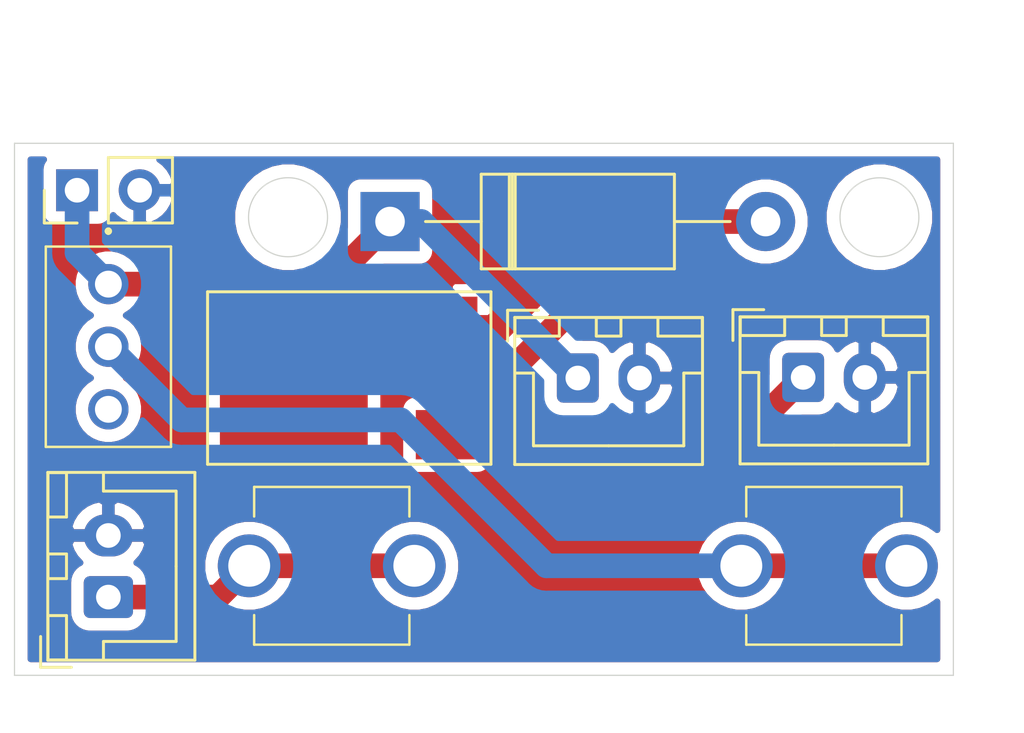
<source format=kicad_pcb>
(kicad_pcb (version 20171130) (host pcbnew "(5.1.8)-1")

  (general
    (thickness 1.6)
    (drawings 6)
    (tracks 20)
    (zones 0)
    (modules 9)
    (nets 6)
  )

  (page A4)
  (layers
    (0 F.Cu signal)
    (31 B.Cu signal)
    (32 B.Adhes user)
    (33 F.Adhes user)
    (34 B.Paste user)
    (35 F.Paste user)
    (36 B.SilkS user)
    (37 F.SilkS user)
    (38 B.Mask user)
    (39 F.Mask user)
    (40 Dwgs.User user)
    (41 Cmts.User user)
    (42 Eco1.User user)
    (43 Eco2.User user)
    (44 Edge.Cuts user)
    (45 Margin user)
    (46 B.CrtYd user)
    (47 F.CrtYd user)
    (48 B.Fab user)
    (49 F.Fab user)
  )

  (setup
    (last_trace_width 1)
    (user_trace_width 0.5)
    (user_trace_width 1)
    (trace_clearance 0.2)
    (zone_clearance 0.508)
    (zone_45_only no)
    (trace_min 0.2)
    (via_size 0.8)
    (via_drill 0.4)
    (via_min_size 0.4)
    (via_min_drill 0.3)
    (uvia_size 0.3)
    (uvia_drill 0.1)
    (uvias_allowed no)
    (uvia_min_size 0.2)
    (uvia_min_drill 0.1)
    (edge_width 0.05)
    (segment_width 0.2)
    (pcb_text_width 0.3)
    (pcb_text_size 1.5 1.5)
    (mod_edge_width 0.12)
    (mod_text_size 1 1)
    (mod_text_width 0.15)
    (pad_size 1.524 1.524)
    (pad_drill 0.762)
    (pad_to_mask_clearance 0)
    (aux_axis_origin 0 0)
    (visible_elements FFFFFF7F)
    (pcbplotparams
      (layerselection 0x010fc_ffffffff)
      (usegerberextensions false)
      (usegerberattributes true)
      (usegerberadvancedattributes true)
      (creategerberjobfile true)
      (excludeedgelayer true)
      (linewidth 0.100000)
      (plotframeref false)
      (viasonmask false)
      (mode 1)
      (useauxorigin false)
      (hpglpennumber 1)
      (hpglpenspeed 20)
      (hpglpendiameter 15.000000)
      (psnegative false)
      (psa4output false)
      (plotreference true)
      (plotvalue true)
      (plotinvisibletext false)
      (padsonsilk false)
      (subtractmaskfromsilk false)
      (outputformat 1)
      (mirror false)
      (drillshape 1)
      (scaleselection 1)
      (outputdirectory ""))
  )

  (net 0 "")
  (net 1 "Net-(D1-Pad1)")
  (net 2 "Net-(D1-Pad2)")
  (net 3 "Net-(J1-Pad1)")
  (net 4 "Net-(J1-Pad2)")
  (net 5 "Net-(S1-Pad2)")

  (net_class Default "This is the default net class."
    (clearance 0.2)
    (trace_width 0.25)
    (via_dia 0.8)
    (via_drill 0.4)
    (uvia_dia 0.3)
    (uvia_drill 0.1)
    (add_net "Net-(D1-Pad1)")
    (add_net "Net-(D1-Pad2)")
    (add_net "Net-(J1-Pad1)")
    (add_net "Net-(J1-Pad2)")
    (add_net "Net-(S1-Pad2)")
  )

  (module Connector_JST:JST_XH_B2B-XH-A_1x02_P2.50mm_Vertical (layer F.Cu) (tedit 5C28146C) (tstamp 608526BC)
    (at 92.71 81.915 90)
    (descr "JST XH series connector, B2B-XH-A (http://www.jst-mfg.com/product/pdf/eng/eXH.pdf), generated with kicad-footprint-generator")
    (tags "connector JST XH vertical")
    (path /6083B870)
    (fp_text reference J1 (at 1.25 -3.55 90) (layer Cmts.User)
      (effects (font (size 1 1) (thickness 0.15)))
    )
    (fp_text value Conn_01x02_Male (at 1.25 4.6 90) (layer F.Fab)
      (effects (font (size 1 1) (thickness 0.15)))
    )
    (fp_line (start -2.85 -2.75) (end -2.85 -1.5) (layer F.SilkS) (width 0.12))
    (fp_line (start -1.6 -2.75) (end -2.85 -2.75) (layer F.SilkS) (width 0.12))
    (fp_line (start 4.3 2.75) (end 1.25 2.75) (layer F.SilkS) (width 0.12))
    (fp_line (start 4.3 -0.2) (end 4.3 2.75) (layer F.SilkS) (width 0.12))
    (fp_line (start 5.05 -0.2) (end 4.3 -0.2) (layer F.SilkS) (width 0.12))
    (fp_line (start -1.8 2.75) (end 1.25 2.75) (layer F.SilkS) (width 0.12))
    (fp_line (start -1.8 -0.2) (end -1.8 2.75) (layer F.SilkS) (width 0.12))
    (fp_line (start -2.55 -0.2) (end -1.8 -0.2) (layer F.SilkS) (width 0.12))
    (fp_line (start 5.05 -2.45) (end 3.25 -2.45) (layer F.SilkS) (width 0.12))
    (fp_line (start 5.05 -1.7) (end 5.05 -2.45) (layer F.SilkS) (width 0.12))
    (fp_line (start 3.25 -1.7) (end 5.05 -1.7) (layer F.SilkS) (width 0.12))
    (fp_line (start 3.25 -2.45) (end 3.25 -1.7) (layer F.SilkS) (width 0.12))
    (fp_line (start -0.75 -2.45) (end -2.55 -2.45) (layer F.SilkS) (width 0.12))
    (fp_line (start -0.75 -1.7) (end -0.75 -2.45) (layer F.SilkS) (width 0.12))
    (fp_line (start -2.55 -1.7) (end -0.75 -1.7) (layer F.SilkS) (width 0.12))
    (fp_line (start -2.55 -2.45) (end -2.55 -1.7) (layer F.SilkS) (width 0.12))
    (fp_line (start 1.75 -2.45) (end 0.75 -2.45) (layer F.SilkS) (width 0.12))
    (fp_line (start 1.75 -1.7) (end 1.75 -2.45) (layer F.SilkS) (width 0.12))
    (fp_line (start 0.75 -1.7) (end 1.75 -1.7) (layer F.SilkS) (width 0.12))
    (fp_line (start 0.75 -2.45) (end 0.75 -1.7) (layer F.SilkS) (width 0.12))
    (fp_line (start 0 -1.35) (end 0.625 -2.35) (layer F.Fab) (width 0.1))
    (fp_line (start -0.625 -2.35) (end 0 -1.35) (layer F.Fab) (width 0.1))
    (fp_line (start 5.45 -2.85) (end -2.95 -2.85) (layer F.CrtYd) (width 0.05))
    (fp_line (start 5.45 3.9) (end 5.45 -2.85) (layer F.CrtYd) (width 0.05))
    (fp_line (start -2.95 3.9) (end 5.45 3.9) (layer F.CrtYd) (width 0.05))
    (fp_line (start -2.95 -2.85) (end -2.95 3.9) (layer F.CrtYd) (width 0.05))
    (fp_line (start 5.06 -2.46) (end -2.56 -2.46) (layer F.SilkS) (width 0.12))
    (fp_line (start 5.06 3.51) (end 5.06 -2.46) (layer F.SilkS) (width 0.12))
    (fp_line (start -2.56 3.51) (end 5.06 3.51) (layer F.SilkS) (width 0.12))
    (fp_line (start -2.56 -2.46) (end -2.56 3.51) (layer F.SilkS) (width 0.12))
    (fp_line (start 4.95 -2.35) (end -2.45 -2.35) (layer F.Fab) (width 0.1))
    (fp_line (start 4.95 3.4) (end 4.95 -2.35) (layer F.Fab) (width 0.1))
    (fp_line (start -2.45 3.4) (end 4.95 3.4) (layer F.Fab) (width 0.1))
    (fp_line (start -2.45 -2.35) (end -2.45 3.4) (layer F.Fab) (width 0.1))
    (fp_text user %R (at 1.25 2.7 90) (layer F.Fab)
      (effects (font (size 1 1) (thickness 0.15)))
    )
    (pad 1 thru_hole roundrect (at 0 0 90) (size 1.7 2) (drill 1) (layers *.Cu *.Mask) (roundrect_rratio 0.147059)
      (net 3 "Net-(J1-Pad1)"))
    (pad 2 thru_hole oval (at 2.5 0 90) (size 1.7 2) (drill 1) (layers *.Cu *.Mask)
      (net 4 "Net-(J1-Pad2)"))
    (model ${KISYS3DMOD}/Connector_JST.3dshapes/JST_XH_B2B-XH-A_1x02_P2.50mm_Vertical.wrl
      (at (xyz 0 0 0))
      (scale (xyz 1 1 1))
      (rotate (xyz 0 0 0))
    )
  )

  (module Connector_JST:JST_XH_B2B-XH-A_1x02_P2.50mm_Vertical (layer F.Cu) (tedit 5C28146C) (tstamp 608526E5)
    (at 120.904 73)
    (descr "JST XH series connector, B2B-XH-A (http://www.jst-mfg.com/product/pdf/eng/eXH.pdf), generated with kicad-footprint-generator")
    (tags "connector JST XH vertical")
    (path /608680F9)
    (fp_text reference J2 (at 1.25 2.75) (layer Cmts.User)
      (effects (font (size 1 1) (thickness 0.15)))
    )
    (fp_text value Conn_01x02_Female (at 1.25 4.6) (layer F.Fab)
      (effects (font (size 1 1) (thickness 0.15)))
    )
    (fp_text user %R (at 1.27 2.7) (layer F.Fab)
      (effects (font (size 1 1) (thickness 0.15)))
    )
    (fp_line (start -2.45 -2.35) (end -2.45 3.4) (layer F.Fab) (width 0.1))
    (fp_line (start -2.45 3.4) (end 4.95 3.4) (layer F.Fab) (width 0.1))
    (fp_line (start 4.95 3.4) (end 4.95 -2.35) (layer F.Fab) (width 0.1))
    (fp_line (start 4.95 -2.35) (end -2.45 -2.35) (layer F.Fab) (width 0.1))
    (fp_line (start -2.56 -2.46) (end -2.56 3.51) (layer F.SilkS) (width 0.12))
    (fp_line (start -2.56 3.51) (end 5.06 3.51) (layer F.SilkS) (width 0.12))
    (fp_line (start 5.06 3.51) (end 5.06 -2.46) (layer F.SilkS) (width 0.12))
    (fp_line (start 5.06 -2.46) (end -2.56 -2.46) (layer F.SilkS) (width 0.12))
    (fp_line (start -2.95 -2.85) (end -2.95 3.9) (layer F.CrtYd) (width 0.05))
    (fp_line (start -2.95 3.9) (end 5.45 3.9) (layer F.CrtYd) (width 0.05))
    (fp_line (start 5.45 3.9) (end 5.45 -2.85) (layer F.CrtYd) (width 0.05))
    (fp_line (start 5.45 -2.85) (end -2.95 -2.85) (layer F.CrtYd) (width 0.05))
    (fp_line (start -0.625 -2.35) (end 0 -1.35) (layer F.Fab) (width 0.1))
    (fp_line (start 0 -1.35) (end 0.625 -2.35) (layer F.Fab) (width 0.1))
    (fp_line (start 0.75 -2.45) (end 0.75 -1.7) (layer F.SilkS) (width 0.12))
    (fp_line (start 0.75 -1.7) (end 1.75 -1.7) (layer F.SilkS) (width 0.12))
    (fp_line (start 1.75 -1.7) (end 1.75 -2.45) (layer F.SilkS) (width 0.12))
    (fp_line (start 1.75 -2.45) (end 0.75 -2.45) (layer F.SilkS) (width 0.12))
    (fp_line (start -2.55 -2.45) (end -2.55 -1.7) (layer F.SilkS) (width 0.12))
    (fp_line (start -2.55 -1.7) (end -0.75 -1.7) (layer F.SilkS) (width 0.12))
    (fp_line (start -0.75 -1.7) (end -0.75 -2.45) (layer F.SilkS) (width 0.12))
    (fp_line (start -0.75 -2.45) (end -2.55 -2.45) (layer F.SilkS) (width 0.12))
    (fp_line (start 3.25 -2.45) (end 3.25 -1.7) (layer F.SilkS) (width 0.12))
    (fp_line (start 3.25 -1.7) (end 5.05 -1.7) (layer F.SilkS) (width 0.12))
    (fp_line (start 5.05 -1.7) (end 5.05 -2.45) (layer F.SilkS) (width 0.12))
    (fp_line (start 5.05 -2.45) (end 3.25 -2.45) (layer F.SilkS) (width 0.12))
    (fp_line (start -2.55 -0.2) (end -1.8 -0.2) (layer F.SilkS) (width 0.12))
    (fp_line (start -1.8 -0.2) (end -1.8 2.75) (layer F.SilkS) (width 0.12))
    (fp_line (start -1.8 2.75) (end 1.25 2.75) (layer F.SilkS) (width 0.12))
    (fp_line (start 5.05 -0.2) (end 4.3 -0.2) (layer F.SilkS) (width 0.12))
    (fp_line (start 4.3 -0.2) (end 4.3 2.75) (layer F.SilkS) (width 0.12))
    (fp_line (start 4.3 2.75) (end 1.25 2.75) (layer F.SilkS) (width 0.12))
    (fp_line (start -1.6 -2.75) (end -2.85 -2.75) (layer F.SilkS) (width 0.12))
    (fp_line (start -2.85 -2.75) (end -2.85 -1.5) (layer F.SilkS) (width 0.12))
    (pad 2 thru_hole oval (at 2.5 0) (size 1.7 2) (drill 1) (layers *.Cu *.Mask)
      (net 4 "Net-(J1-Pad2)"))
    (pad 1 thru_hole roundrect (at 0 0) (size 1.7 2) (drill 1) (layers *.Cu *.Mask) (roundrect_rratio 0.147059)
      (net 2 "Net-(D1-Pad2)"))
    (model ${KISYS3DMOD}/Connector_JST.3dshapes/JST_XH_B2B-XH-A_1x02_P2.50mm_Vertical.wrl
      (at (xyz 0 0 0))
      (scale (xyz 1 1 1))
      (rotate (xyz 0 0 0))
    )
  )

  (module Connector_JST:JST_XH_B2B-XH-A_1x02_P2.50mm_Vertical (layer F.Cu) (tedit 5C28146C) (tstamp 6085270E)
    (at 111.76 73.025)
    (descr "JST XH series connector, B2B-XH-A (http://www.jst-mfg.com/product/pdf/eng/eXH.pdf), generated with kicad-footprint-generator")
    (tags "connector JST XH vertical")
    (path /6086A578)
    (fp_text reference J3 (at 1.25 2.75) (layer Cmts.User)
      (effects (font (size 1 1) (thickness 0.15)))
    )
    (fp_text value Conn_01x02_Female (at 1.25 4.6) (layer F.Fab)
      (effects (font (size 1 1) (thickness 0.15)))
    )
    (fp_line (start -2.85 -2.75) (end -2.85 -1.5) (layer F.SilkS) (width 0.12))
    (fp_line (start -1.6 -2.75) (end -2.85 -2.75) (layer F.SilkS) (width 0.12))
    (fp_line (start 4.3 2.75) (end 1.25 2.75) (layer F.SilkS) (width 0.12))
    (fp_line (start 4.3 -0.2) (end 4.3 2.75) (layer F.SilkS) (width 0.12))
    (fp_line (start 5.05 -0.2) (end 4.3 -0.2) (layer F.SilkS) (width 0.12))
    (fp_line (start -1.8 2.75) (end 1.25 2.75) (layer F.SilkS) (width 0.12))
    (fp_line (start -1.8 -0.2) (end -1.8 2.75) (layer F.SilkS) (width 0.12))
    (fp_line (start -2.55 -0.2) (end -1.8 -0.2) (layer F.SilkS) (width 0.12))
    (fp_line (start 5.05 -2.45) (end 3.25 -2.45) (layer F.SilkS) (width 0.12))
    (fp_line (start 5.05 -1.7) (end 5.05 -2.45) (layer F.SilkS) (width 0.12))
    (fp_line (start 3.25 -1.7) (end 5.05 -1.7) (layer F.SilkS) (width 0.12))
    (fp_line (start 3.25 -2.45) (end 3.25 -1.7) (layer F.SilkS) (width 0.12))
    (fp_line (start -0.75 -2.45) (end -2.55 -2.45) (layer F.SilkS) (width 0.12))
    (fp_line (start -0.75 -1.7) (end -0.75 -2.45) (layer F.SilkS) (width 0.12))
    (fp_line (start -2.55 -1.7) (end -0.75 -1.7) (layer F.SilkS) (width 0.12))
    (fp_line (start -2.55 -2.45) (end -2.55 -1.7) (layer F.SilkS) (width 0.12))
    (fp_line (start 1.75 -2.45) (end 0.75 -2.45) (layer F.SilkS) (width 0.12))
    (fp_line (start 1.75 -1.7) (end 1.75 -2.45) (layer F.SilkS) (width 0.12))
    (fp_line (start 0.75 -1.7) (end 1.75 -1.7) (layer F.SilkS) (width 0.12))
    (fp_line (start 0.75 -2.45) (end 0.75 -1.7) (layer F.SilkS) (width 0.12))
    (fp_line (start 0 -1.35) (end 0.625 -2.35) (layer F.Fab) (width 0.1))
    (fp_line (start -0.625 -2.35) (end 0 -1.35) (layer F.Fab) (width 0.1))
    (fp_line (start 5.45 -2.85) (end -2.95 -2.85) (layer F.CrtYd) (width 0.05))
    (fp_line (start 5.45 3.9) (end 5.45 -2.85) (layer F.CrtYd) (width 0.05))
    (fp_line (start -2.95 3.9) (end 5.45 3.9) (layer F.CrtYd) (width 0.05))
    (fp_line (start -2.95 -2.85) (end -2.95 3.9) (layer F.CrtYd) (width 0.05))
    (fp_line (start 5.06 -2.46) (end -2.56 -2.46) (layer F.SilkS) (width 0.12))
    (fp_line (start 5.06 3.51) (end 5.06 -2.46) (layer F.SilkS) (width 0.12))
    (fp_line (start -2.56 3.51) (end 5.06 3.51) (layer F.SilkS) (width 0.12))
    (fp_line (start -2.56 -2.46) (end -2.56 3.51) (layer F.SilkS) (width 0.12))
    (fp_line (start 4.95 -2.35) (end -2.45 -2.35) (layer F.Fab) (width 0.1))
    (fp_line (start 4.95 3.4) (end 4.95 -2.35) (layer F.Fab) (width 0.1))
    (fp_line (start -2.45 3.4) (end 4.95 3.4) (layer F.Fab) (width 0.1))
    (fp_line (start -2.45 -2.35) (end -2.45 3.4) (layer F.Fab) (width 0.1))
    (fp_text user %R (at 1.25 2.7) (layer F.Fab)
      (effects (font (size 1 1) (thickness 0.15)))
    )
    (pad 1 thru_hole roundrect (at 0 0) (size 1.7 2) (drill 1) (layers *.Cu *.Mask) (roundrect_rratio 0.147059)
      (net 1 "Net-(D1-Pad1)"))
    (pad 2 thru_hole oval (at 2.5 0) (size 1.7 2) (drill 1) (layers *.Cu *.Mask)
      (net 4 "Net-(J1-Pad2)"))
    (model ${KISYS3DMOD}/Connector_JST.3dshapes/JST_XH_B2B-XH-A_1x02_P2.50mm_Vertical.wrl
      (at (xyz 0 0 0))
      (scale (xyz 1 1 1))
      (rotate (xyz 0 0 0))
    )
  )

  (module SamacSys_Parts:2MS1T1B4M2QES (layer F.Cu) (tedit 0) (tstamp 60852728)
    (at 92.71 69.215 180)
    (descr 2MS1T1B4M2QES-1)
    (tags Switch)
    (path /6084C653)
    (fp_text reference S1 (at 0 -2.203) (layer Cmts.User)
      (effects (font (size 1.27 1.27) (thickness 0.254)))
    )
    (fp_text value 2MS1T1B4M2QES (at 0 -2.203) (layer F.SilkS) hide
      (effects (font (size 1.27 1.27) (thickness 0.254)))
    )
    (fp_line (start 0 2.2) (end 0 2.2) (layer F.SilkS) (width 0.2))
    (fp_line (start 0 2.1) (end 0 2.1) (layer F.SilkS) (width 0.2))
    (fp_line (start 0 2.2) (end 0 2.2) (layer F.SilkS) (width 0.2))
    (fp_line (start -3.54 3.2) (end -3.54 -7.605) (layer F.CrtYd) (width 0.1))
    (fp_line (start 3.54 3.2) (end -3.54 3.2) (layer F.CrtYd) (width 0.1))
    (fp_line (start 3.54 -7.605) (end 3.54 3.2) (layer F.CrtYd) (width 0.1))
    (fp_line (start -3.54 -7.605) (end 3.54 -7.605) (layer F.CrtYd) (width 0.1))
    (fp_line (start -2.54 -6.605) (end -2.54 1.525) (layer F.SilkS) (width 0.1))
    (fp_line (start 2.54 -6.605) (end -2.54 -6.605) (layer F.SilkS) (width 0.1))
    (fp_line (start 2.54 1.525) (end 2.54 -6.605) (layer F.SilkS) (width 0.1))
    (fp_line (start -2.54 1.525) (end 2.54 1.525) (layer F.SilkS) (width 0.1))
    (fp_line (start -2.54 -6.605) (end -2.54 1.525) (layer F.Fab) (width 0.2))
    (fp_line (start 2.54 -6.605) (end -2.54 -6.605) (layer F.Fab) (width 0.2))
    (fp_line (start 2.54 1.525) (end 2.54 -6.605) (layer F.Fab) (width 0.2))
    (fp_line (start -2.54 1.525) (end 2.54 1.525) (layer F.Fab) (width 0.2))
    (fp_text user %R (at 0 -2.203) (layer F.Fab)
      (effects (font (size 1.27 1.27) (thickness 0.254)))
    )
    (fp_arc (start 0 2.15) (end 0 2.2) (angle -180) (layer F.SilkS) (width 0.2))
    (fp_arc (start 0 2.15) (end 0 2.1) (angle -180) (layer F.SilkS) (width 0.2))
    (fp_arc (start 0 2.15) (end 0 2.2) (angle -180) (layer F.SilkS) (width 0.2))
    (pad 1 thru_hole circle (at 0 0 180) (size 1.635 1.635) (drill 1.09) (layers *.Cu *.Mask)
      (net 1 "Net-(D1-Pad1)"))
    (pad 2 thru_hole circle (at 0 -2.54 180) (size 1.635 1.635) (drill 1.09) (layers *.Cu *.Mask)
      (net 5 "Net-(S1-Pad2)"))
    (pad 3 thru_hole circle (at 0 -5.08 180) (size 1.635 1.635) (drill 1.09) (layers *.Cu *.Mask))
    (model "C:\\Users\\Mitsuyoshi Sugaya\\Documents\\kicad\\SamacSys_Parts.3dshapes\\2MS1T1B4M2QES.stp"
      (at (xyz 0 0 0))
      (scale (xyz 1 1 1))
      (rotate (xyz 0 0 0))
    )
  )

  (module SamacSys_Parts:FUC03A (layer F.Cu) (tedit 0) (tstamp 6085273D)
    (at 98.425 80.645)
    (descr FUC-03A-4)
    (tags "Undefined or Miscellaneous")
    (path /60858541)
    (fp_text reference U1 (at 3.35 0) (layer Cmts.User)
      (effects (font (size 1.27 1.27) (thickness 0.254)))
    )
    (fp_text value FUC-03A (at 3.35 0) (layer F.SilkS) hide
      (effects (font (size 1.27 1.27) (thickness 0.254)))
    )
    (fp_text user %R (at 3.35 0) (layer F.Fab)
      (effects (font (size 1.27 1.27) (thickness 0.254)))
    )
    (fp_line (start 0.2 -3.2) (end 6.5 -3.2) (layer F.Fab) (width 0.2))
    (fp_line (start 6.5 -3.2) (end 6.5 3.2) (layer F.Fab) (width 0.2))
    (fp_line (start 6.5 3.2) (end 0.2 3.2) (layer F.Fab) (width 0.2))
    (fp_line (start 0.2 3.2) (end 0.2 -3.2) (layer F.Fab) (width 0.2))
    (fp_line (start -1.775 -3.7) (end 8.475 -3.7) (layer F.CrtYd) (width 0.1))
    (fp_line (start 8.475 -3.7) (end 8.475 3.7) (layer F.CrtYd) (width 0.1))
    (fp_line (start 8.475 3.7) (end -1.775 3.7) (layer F.CrtYd) (width 0.1))
    (fp_line (start -1.775 3.7) (end -1.775 -3.7) (layer F.CrtYd) (width 0.1))
    (fp_line (start 0.2 -2) (end 0.2 -3.2) (layer F.SilkS) (width 0.1))
    (fp_line (start 0.2 -3.2) (end 6.5 -3.2) (layer F.SilkS) (width 0.1))
    (fp_line (start 6.5 -3.2) (end 6.5 -2) (layer F.SilkS) (width 0.1))
    (fp_line (start 0.2 2) (end 0.2 3.2) (layer F.SilkS) (width 0.1))
    (fp_line (start 0.2 3.2) (end 6.5 3.2) (layer F.SilkS) (width 0.1))
    (fp_line (start 6.5 3.2) (end 6.5 2) (layer F.SilkS) (width 0.1))
    (pad 2 thru_hole circle (at 6.7 0) (size 2.55 2.55) (drill 1.7) (layers *.Cu *.Mask)
      (net 3 "Net-(J1-Pad1)"))
    (pad 1 thru_hole circle (at 0 0) (size 2.55 2.55) (drill 1.7) (layers *.Cu *.Mask)
      (net 3 "Net-(J1-Pad1)"))
    (model "C:\\Users\\Mitsuyoshi Sugaya\\Documents\\kicad\\SamacSys_Parts.3dshapes\\FUC-03A.stp"
      (at (xyz 0 0 0))
      (scale (xyz 1 1 1))
      (rotate (xyz 0 0 0))
    )
  )

  (module SamacSys_Parts:FUC03A (layer F.Cu) (tedit 0) (tstamp 60852752)
    (at 118.395 80.645)
    (descr FUC-03A-4)
    (tags "Undefined or Miscellaneous")
    (path /6085394A)
    (fp_text reference U2 (at 3.35 0) (layer Cmts.User)
      (effects (font (size 1.27 1.27) (thickness 0.254)))
    )
    (fp_text value FUC-03A (at 3.35 0) (layer F.SilkS) hide
      (effects (font (size 1.27 1.27) (thickness 0.254)))
    )
    (fp_line (start 6.5 3.2) (end 6.5 2) (layer F.SilkS) (width 0.1))
    (fp_line (start 0.2 3.2) (end 6.5 3.2) (layer F.SilkS) (width 0.1))
    (fp_line (start 0.2 2) (end 0.2 3.2) (layer F.SilkS) (width 0.1))
    (fp_line (start 6.5 -3.2) (end 6.5 -2) (layer F.SilkS) (width 0.1))
    (fp_line (start 0.2 -3.2) (end 6.5 -3.2) (layer F.SilkS) (width 0.1))
    (fp_line (start 0.2 -2) (end 0.2 -3.2) (layer F.SilkS) (width 0.1))
    (fp_line (start -1.775 3.7) (end -1.775 -3.7) (layer F.CrtYd) (width 0.1))
    (fp_line (start 8.475 3.7) (end -1.775 3.7) (layer F.CrtYd) (width 0.1))
    (fp_line (start 8.475 -3.7) (end 8.475 3.7) (layer F.CrtYd) (width 0.1))
    (fp_line (start -1.775 -3.7) (end 8.475 -3.7) (layer F.CrtYd) (width 0.1))
    (fp_line (start 0.2 3.2) (end 0.2 -3.2) (layer F.Fab) (width 0.2))
    (fp_line (start 6.5 3.2) (end 0.2 3.2) (layer F.Fab) (width 0.2))
    (fp_line (start 6.5 -3.2) (end 6.5 3.2) (layer F.Fab) (width 0.2))
    (fp_line (start 0.2 -3.2) (end 6.5 -3.2) (layer F.Fab) (width 0.2))
    (fp_text user %R (at 3.35 0) (layer F.Fab)
      (effects (font (size 1.27 1.27) (thickness 0.254)))
    )
    (pad 1 thru_hole circle (at 0 0) (size 2.55 2.55) (drill 1.7) (layers *.Cu *.Mask)
      (net 5 "Net-(S1-Pad2)"))
    (pad 2 thru_hole circle (at 6.7 0) (size 2.55 2.55) (drill 1.7) (layers *.Cu *.Mask)
      (net 5 "Net-(S1-Pad2)"))
    (model "C:\\Users\\Mitsuyoshi Sugaya\\Documents\\kicad\\SamacSys_Parts.3dshapes\\FUC-03A.stp"
      (at (xyz 0 0 0))
      (scale (xyz 1 1 1))
      (rotate (xyz 0 0 0))
    )
  )

  (module NJM7805SDL1:NJM7805SDL1 (layer F.Cu) (tedit 60838EA8) (tstamp 6085275D)
    (at 102.235 73.025 90)
    (path /6084F443)
    (fp_text reference U3 (at 4.445 -4.445 180) (layer Cmts.User)
      (effects (font (size 1 1) (thickness 0.15)))
    )
    (fp_text value NJM7805SDL1 (at 0.5 -8 90) (layer F.Fab)
      (effects (font (size 1 1) (thickness 0.15)))
    )
    (fp_line (start -3.5 -5.5) (end 3.5 -5.5) (layer F.SilkS) (width 0.12))
    (fp_line (start -3.5 -5.5) (end -3.5 6) (layer F.SilkS) (width 0.12))
    (fp_line (start -3.5 6) (end 3.5 6) (layer F.SilkS) (width 0.12))
    (fp_line (start 3.5 6) (end 3.5 -5.5) (layer F.SilkS) (width 0.12))
    (pad 1 smd rect (at 0 -2 90) (size 6 6) (layers F.Cu F.Paste F.Mask)
      (net 1 "Net-(D1-Pad1)"))
    (pad 2 smd rect (at -2.3 4.2 90) (size 2 2.5) (layers F.Cu F.Paste F.Mask)
      (net 2 "Net-(D1-Pad2)"))
    (pad 3 smd rect (at 2.3 4.2 90) (size 2 2.5) (layers F.Cu F.Paste F.Mask)
      (net 4 "Net-(J1-Pad2)"))
  )

  (module Diode_THT:D_DO-15_P15.24mm_Horizontal (layer F.Cu) (tedit 5AE50CD5) (tstamp 608532BF)
    (at 104.14 66.675)
    (descr "Diode, DO-15 series, Axial, Horizontal, pin pitch=15.24mm, , length*diameter=7.6*3.6mm^2, , http://www.diodes.com/_files/packages/DO-15.pdf")
    (tags "Diode DO-15 series Axial Horizontal pin pitch 15.24mm  length 7.6mm diameter 3.6mm")
    (path /6084C3B6)
    (fp_text reference D1 (at 7.62 0) (layer Cmts.User)
      (effects (font (size 1 1) (thickness 0.15)))
    )
    (fp_text value ER504_AY_10001 (at 7.62 2.92) (layer F.Fab)
      (effects (font (size 1 1) (thickness 0.15)))
    )
    (fp_line (start 16.69 -2.05) (end -1.45 -2.05) (layer F.CrtYd) (width 0.05))
    (fp_line (start 16.69 2.05) (end 16.69 -2.05) (layer F.CrtYd) (width 0.05))
    (fp_line (start -1.45 2.05) (end 16.69 2.05) (layer F.CrtYd) (width 0.05))
    (fp_line (start -1.45 -2.05) (end -1.45 2.05) (layer F.CrtYd) (width 0.05))
    (fp_line (start 4.84 -1.92) (end 4.84 1.92) (layer F.SilkS) (width 0.12))
    (fp_line (start 5.08 -1.92) (end 5.08 1.92) (layer F.SilkS) (width 0.12))
    (fp_line (start 4.96 -1.92) (end 4.96 1.92) (layer F.SilkS) (width 0.12))
    (fp_line (start 13.8 0) (end 11.54 0) (layer F.SilkS) (width 0.12))
    (fp_line (start 1.44 0) (end 3.7 0) (layer F.SilkS) (width 0.12))
    (fp_line (start 11.54 -1.92) (end 3.7 -1.92) (layer F.SilkS) (width 0.12))
    (fp_line (start 11.54 1.92) (end 11.54 -1.92) (layer F.SilkS) (width 0.12))
    (fp_line (start 3.7 1.92) (end 11.54 1.92) (layer F.SilkS) (width 0.12))
    (fp_line (start 3.7 -1.92) (end 3.7 1.92) (layer F.SilkS) (width 0.12))
    (fp_line (start 4.86 -1.8) (end 4.86 1.8) (layer F.Fab) (width 0.1))
    (fp_line (start 5.06 -1.8) (end 5.06 1.8) (layer F.Fab) (width 0.1))
    (fp_line (start 4.96 -1.8) (end 4.96 1.8) (layer F.Fab) (width 0.1))
    (fp_line (start 15.24 0) (end 11.42 0) (layer F.Fab) (width 0.1))
    (fp_line (start 0 0) (end 3.82 0) (layer F.Fab) (width 0.1))
    (fp_line (start 11.42 -1.8) (end 3.82 -1.8) (layer F.Fab) (width 0.1))
    (fp_line (start 11.42 1.8) (end 11.42 -1.8) (layer F.Fab) (width 0.1))
    (fp_line (start 3.82 1.8) (end 11.42 1.8) (layer F.Fab) (width 0.1))
    (fp_line (start 3.82 -1.8) (end 3.82 1.8) (layer F.Fab) (width 0.1))
    (fp_text user %R (at 8.19 0) (layer F.Fab)
      (effects (font (size 1 1) (thickness 0.15)))
    )
    (fp_text user K (at 0 -2.2) (layer F.Fab)
      (effects (font (size 1 1) (thickness 0.15)))
    )
    (fp_text user K (at 0 -2.2) (layer Cmts.User)
      (effects (font (size 1 1) (thickness 0.15)))
    )
    (pad 1 thru_hole rect (at 0 0) (size 2.4 2.4) (drill 1.2) (layers *.Cu *.Mask)
      (net 1 "Net-(D1-Pad1)"))
    (pad 2 thru_hole oval (at 15.24 0) (size 2.4 2.4) (drill 1.2) (layers *.Cu *.Mask)
      (net 2 "Net-(D1-Pad2)"))
    (model ${KISYS3DMOD}/Diode_THT.3dshapes/D_DO-15_P15.24mm_Horizontal.wrl
      (at (xyz 0 0 0))
      (scale (xyz 1 1 1))
      (rotate (xyz 0 0 0))
    )
  )

  (module Connector_PinHeader_2.54mm:PinHeader_1x02_P2.54mm_Vertical (layer F.Cu) (tedit 59FED5CC) (tstamp 60854574)
    (at 91.44 65.405 90)
    (descr "Through hole straight pin header, 1x02, 2.54mm pitch, single row")
    (tags "Through hole pin header THT 1x02 2.54mm single row")
    (path /6087049C)
    (fp_text reference J4 (at 0 -1.905 90) (layer Cmts.User)
      (effects (font (size 1 1) (thickness 0.15)))
    )
    (fp_text value Conn_01x02_Female (at 0 4.87 90) (layer F.Fab)
      (effects (font (size 1 1) (thickness 0.15)))
    )
    (fp_line (start 1.8 -1.8) (end -1.8 -1.8) (layer F.CrtYd) (width 0.05))
    (fp_line (start 1.8 4.35) (end 1.8 -1.8) (layer F.CrtYd) (width 0.05))
    (fp_line (start -1.8 4.35) (end 1.8 4.35) (layer F.CrtYd) (width 0.05))
    (fp_line (start -1.8 -1.8) (end -1.8 4.35) (layer F.CrtYd) (width 0.05))
    (fp_line (start -1.33 -1.33) (end 0 -1.33) (layer F.SilkS) (width 0.12))
    (fp_line (start -1.33 0) (end -1.33 -1.33) (layer F.SilkS) (width 0.12))
    (fp_line (start -1.33 1.27) (end 1.33 1.27) (layer F.SilkS) (width 0.12))
    (fp_line (start 1.33 1.27) (end 1.33 3.87) (layer F.SilkS) (width 0.12))
    (fp_line (start -1.33 1.27) (end -1.33 3.87) (layer F.SilkS) (width 0.12))
    (fp_line (start -1.33 3.87) (end 1.33 3.87) (layer F.SilkS) (width 0.12))
    (fp_line (start -1.27 -0.635) (end -0.635 -1.27) (layer F.Fab) (width 0.1))
    (fp_line (start -1.27 3.81) (end -1.27 -0.635) (layer F.Fab) (width 0.1))
    (fp_line (start 1.27 3.81) (end -1.27 3.81) (layer F.Fab) (width 0.1))
    (fp_line (start 1.27 -1.27) (end 1.27 3.81) (layer F.Fab) (width 0.1))
    (fp_line (start -0.635 -1.27) (end 1.27 -1.27) (layer F.Fab) (width 0.1))
    (fp_text user %R (at 0 1.27) (layer F.Fab)
      (effects (font (size 1 1) (thickness 0.15)))
    )
    (pad 1 thru_hole rect (at 0 0 90) (size 1.7 1.7) (drill 1) (layers *.Cu *.Mask)
      (net 1 "Net-(D1-Pad1)"))
    (pad 2 thru_hole oval (at 0 2.54 90) (size 1.7 1.7) (drill 1) (layers *.Cu *.Mask)
      (net 4 "Net-(J1-Pad2)"))
    (model ${KISYS3DMOD}/Connector_PinHeader_2.54mm.3dshapes/PinHeader_1x02_P2.54mm_Vertical.wrl
      (at (xyz 0 0 0))
      (scale (xyz 1 1 1))
      (rotate (xyz 0 0 0))
    )
  )

  (gr_line (start 88.9 85.09) (end 88.9 63.5) (layer Edge.Cuts) (width 0.05) (tstamp 60853BA9))
  (gr_line (start 127 85.09) (end 88.9 85.09) (layer Edge.Cuts) (width 0.05))
  (gr_line (start 127 63.5) (end 127 85.09) (layer Edge.Cuts) (width 0.05))
  (gr_line (start 88.9 63.5) (end 127 63.5) (layer Edge.Cuts) (width 0.05))
  (gr_circle (center 124 66.5) (end 124 68.1) (layer Edge.Cuts) (width 0.05))
  (gr_circle (center 100 66.5) (end 100.1 68.1) (layer Edge.Cuts) (width 0.05))

  (segment (start 96.425 69.215) (end 100.235 73.025) (width 1) (layer F.Cu) (net 1))
  (segment (start 92.71 69.215) (end 96.425 69.215) (width 1) (layer F.Cu) (net 1))
  (segment (start 100.235 70.58) (end 104.14 66.675) (width 1) (layer F.Cu) (net 1))
  (segment (start 100.235 73.025) (end 100.235 70.58) (width 1) (layer F.Cu) (net 1))
  (segment (start 105.41 66.675) (end 111.76 73.025) (width 1) (layer B.Cu) (net 1))
  (segment (start 104.14 66.675) (end 105.41 66.675) (width 1) (layer B.Cu) (net 1))
  (segment (start 91.44 67.945) (end 92.71 69.215) (width 1) (layer B.Cu) (net 1))
  (segment (start 91.44 65.405) (end 91.44 67.945) (width 1) (layer B.Cu) (net 1))
  (segment (start 115.085 66.675) (end 106.435 75.325) (width 1) (layer F.Cu) (net 2))
  (segment (start 119.38 66.675) (end 115.085 66.675) (width 1) (layer F.Cu) (net 2))
  (segment (start 118.579 75.325) (end 120.904 73) (width 1) (layer F.Cu) (net 2))
  (segment (start 106.435 75.325) (end 118.579 75.325) (width 1) (layer F.Cu) (net 2))
  (segment (start 97.155 81.915) (end 98.425 80.645) (width 1) (layer F.Cu) (net 3))
  (segment (start 92.71 81.915) (end 97.155 81.915) (width 1) (layer F.Cu) (net 3))
  (segment (start 98.425 80.645) (end 105.125 80.645) (width 1) (layer F.Cu) (net 3))
  (segment (start 118.395 80.645) (end 125.095 80.645) (width 1) (layer F.Cu) (net 5))
  (segment (start 95.68001 74.72501) (end 104.57001 74.72501) (width 1) (layer B.Cu) (net 5))
  (segment (start 92.71 71.755) (end 95.68001 74.72501) (width 1) (layer B.Cu) (net 5))
  (segment (start 110.49 80.645) (end 118.395 80.645) (width 1) (layer B.Cu) (net 5))
  (segment (start 104.57001 74.72501) (end 110.49 80.645) (width 1) (layer B.Cu) (net 5))

  (zone (net 4) (net_name "Net-(J1-Pad2)") (layer F.Cu) (tstamp 0) (hatch edge 0.508)
    (connect_pads (clearance 0.508))
    (min_thickness 0.254)
    (fill yes (arc_segments 32) (thermal_gap 0.508) (thermal_bridge_width 0.508))
    (polygon
      (pts
        (xy 127 85.09) (xy 88.9 85.09) (xy 88.9 63.5) (xy 127 63.5)
      )
    )
    (filled_polygon
      (pts
        (xy 90.059463 64.200506) (xy 90.000498 64.31082) (xy 89.964188 64.430518) (xy 89.951928 64.555) (xy 89.951928 66.255)
        (xy 89.964188 66.379482) (xy 90.000498 66.49918) (xy 90.059463 66.609494) (xy 90.138815 66.706185) (xy 90.235506 66.785537)
        (xy 90.34582 66.844502) (xy 90.465518 66.880812) (xy 90.59 66.893072) (xy 92.29 66.893072) (xy 92.414482 66.880812)
        (xy 92.53418 66.844502) (xy 92.644494 66.785537) (xy 92.741185 66.706185) (xy 92.820537 66.609494) (xy 92.879502 66.49918)
        (xy 92.903966 66.418534) (xy 92.979731 66.502588) (xy 93.21308 66.676641) (xy 93.475901 66.801825) (xy 93.62311 66.846476)
        (xy 93.853 66.725155) (xy 93.853 65.532) (xy 94.107 65.532) (xy 94.107 66.725155) (xy 94.33689 66.846476)
        (xy 94.484099 66.801825) (xy 94.74692 66.676641) (xy 94.980269 66.502588) (xy 95.175178 66.286355) (xy 95.324157 66.036252)
        (xy 95.421481 65.761891) (xy 95.300814 65.532) (xy 94.107 65.532) (xy 93.853 65.532) (xy 93.833 65.532)
        (xy 93.833 65.278) (xy 93.853 65.278) (xy 93.853 65.258) (xy 94.107 65.258) (xy 94.107 65.278)
        (xy 95.300814 65.278) (xy 95.421481 65.048109) (xy 95.324157 64.773748) (xy 95.175178 64.523645) (xy 94.980269 64.307412)
        (xy 94.782637 64.16) (xy 126.34 64.16) (xy 126.340001 79.188853) (xy 126.312554 79.161406) (xy 125.999724 78.95238)
        (xy 125.652127 78.8084) (xy 125.283119 78.735) (xy 124.906881 78.735) (xy 124.537873 78.8084) (xy 124.190276 78.95238)
        (xy 123.877446 79.161406) (xy 123.611406 79.427446) (xy 123.556245 79.51) (xy 119.933755 79.51) (xy 119.878594 79.427446)
        (xy 119.612554 79.161406) (xy 119.299724 78.95238) (xy 118.952127 78.8084) (xy 118.583119 78.735) (xy 118.206881 78.735)
        (xy 117.837873 78.8084) (xy 117.490276 78.95238) (xy 117.177446 79.161406) (xy 116.911406 79.427446) (xy 116.70238 79.740276)
        (xy 116.5584 80.087873) (xy 116.485 80.456881) (xy 116.485 80.833119) (xy 116.5584 81.202127) (xy 116.70238 81.549724)
        (xy 116.911406 81.862554) (xy 117.177446 82.128594) (xy 117.490276 82.33762) (xy 117.837873 82.4816) (xy 118.206881 82.555)
        (xy 118.583119 82.555) (xy 118.952127 82.4816) (xy 119.299724 82.33762) (xy 119.612554 82.128594) (xy 119.878594 81.862554)
        (xy 119.933755 81.78) (xy 123.556245 81.78) (xy 123.611406 81.862554) (xy 123.877446 82.128594) (xy 124.190276 82.33762)
        (xy 124.537873 82.4816) (xy 124.906881 82.555) (xy 125.283119 82.555) (xy 125.652127 82.4816) (xy 125.999724 82.33762)
        (xy 126.312554 82.128594) (xy 126.340001 82.101147) (xy 126.340001 84.43) (xy 89.56 84.43) (xy 89.56 81.315)
        (xy 91.071928 81.315) (xy 91.071928 82.515) (xy 91.088992 82.688254) (xy 91.139528 82.85485) (xy 91.221595 83.008386)
        (xy 91.332038 83.142962) (xy 91.466614 83.253405) (xy 91.62015 83.335472) (xy 91.786746 83.386008) (xy 91.96 83.403072)
        (xy 93.46 83.403072) (xy 93.633254 83.386008) (xy 93.79985 83.335472) (xy 93.953386 83.253405) (xy 94.087962 83.142962)
        (xy 94.164253 83.05) (xy 97.099249 83.05) (xy 97.155 83.055491) (xy 97.210751 83.05) (xy 97.210752 83.05)
        (xy 97.377499 83.033577) (xy 97.591447 82.968676) (xy 97.788623 82.863284) (xy 97.961449 82.721449) (xy 97.996996 82.678135)
        (xy 98.139501 82.53563) (xy 98.236881 82.555) (xy 98.613119 82.555) (xy 98.982127 82.4816) (xy 99.329724 82.33762)
        (xy 99.642554 82.128594) (xy 99.908594 81.862554) (xy 99.963755 81.78) (xy 103.586245 81.78) (xy 103.641406 81.862554)
        (xy 103.907446 82.128594) (xy 104.220276 82.33762) (xy 104.567873 82.4816) (xy 104.936881 82.555) (xy 105.313119 82.555)
        (xy 105.682127 82.4816) (xy 106.029724 82.33762) (xy 106.342554 82.128594) (xy 106.608594 81.862554) (xy 106.81762 81.549724)
        (xy 106.9616 81.202127) (xy 107.035 80.833119) (xy 107.035 80.456881) (xy 106.9616 80.087873) (xy 106.81762 79.740276)
        (xy 106.608594 79.427446) (xy 106.342554 79.161406) (xy 106.029724 78.95238) (xy 105.682127 78.8084) (xy 105.313119 78.735)
        (xy 104.936881 78.735) (xy 104.567873 78.8084) (xy 104.220276 78.95238) (xy 103.907446 79.161406) (xy 103.641406 79.427446)
        (xy 103.586245 79.51) (xy 99.963755 79.51) (xy 99.908594 79.427446) (xy 99.642554 79.161406) (xy 99.329724 78.95238)
        (xy 98.982127 78.8084) (xy 98.613119 78.735) (xy 98.236881 78.735) (xy 97.867873 78.8084) (xy 97.520276 78.95238)
        (xy 97.207446 79.161406) (xy 96.941406 79.427446) (xy 96.73238 79.740276) (xy 96.5884 80.087873) (xy 96.515 80.456881)
        (xy 96.515 80.78) (xy 94.164253 80.78) (xy 94.087962 80.687038) (xy 93.953386 80.576595) (xy 93.851407 80.522086)
        (xy 93.851795 80.521802) (xy 94.048664 80.307046) (xy 94.199854 80.058009) (xy 94.299554 79.784261) (xy 94.301476 79.77189)
        (xy 94.180155 79.542) (xy 92.837 79.542) (xy 92.837 79.562) (xy 92.583 79.562) (xy 92.583 79.542)
        (xy 91.239845 79.542) (xy 91.118524 79.77189) (xy 91.120446 79.784261) (xy 91.220146 80.058009) (xy 91.371336 80.307046)
        (xy 91.568205 80.521802) (xy 91.568593 80.522086) (xy 91.466614 80.576595) (xy 91.332038 80.687038) (xy 91.221595 80.821614)
        (xy 91.139528 80.97515) (xy 91.088992 81.141746) (xy 91.071928 81.315) (xy 89.56 81.315) (xy 89.56 79.05811)
        (xy 91.118524 79.05811) (xy 91.239845 79.288) (xy 92.583 79.288) (xy 92.583 78.087768) (xy 92.837 78.087768)
        (xy 92.837 79.288) (xy 94.180155 79.288) (xy 94.301476 79.05811) (xy 94.299554 79.045739) (xy 94.199854 78.771991)
        (xy 94.048664 78.522954) (xy 93.851795 78.308198) (xy 93.616812 78.135975) (xy 93.352745 78.012904) (xy 93.069742 77.943715)
        (xy 92.837 78.087768) (xy 92.583 78.087768) (xy 92.350258 77.943715) (xy 92.067255 78.012904) (xy 91.803188 78.135975)
        (xy 91.568205 78.308198) (xy 91.371336 78.522954) (xy 91.220146 78.771991) (xy 91.120446 79.045739) (xy 91.118524 79.05811)
        (xy 89.56 79.05811) (xy 89.56 69.071941) (xy 91.2575 69.071941) (xy 91.2575 69.358059) (xy 91.313319 69.638679)
        (xy 91.422811 69.903017) (xy 91.58177 70.140915) (xy 91.784085 70.34323) (xy 91.996258 70.485) (xy 91.784085 70.62677)
        (xy 91.58177 70.829085) (xy 91.422811 71.066983) (xy 91.313319 71.331321) (xy 91.2575 71.611941) (xy 91.2575 71.898059)
        (xy 91.313319 72.178679) (xy 91.422811 72.443017) (xy 91.58177 72.680915) (xy 91.784085 72.88323) (xy 91.996258 73.025)
        (xy 91.784085 73.16677) (xy 91.58177 73.369085) (xy 91.422811 73.606983) (xy 91.313319 73.871321) (xy 91.2575 74.151941)
        (xy 91.2575 74.438059) (xy 91.313319 74.718679) (xy 91.422811 74.983017) (xy 91.58177 75.220915) (xy 91.784085 75.42323)
        (xy 92.021983 75.582189) (xy 92.286321 75.691681) (xy 92.566941 75.7475) (xy 92.853059 75.7475) (xy 93.133679 75.691681)
        (xy 93.398017 75.582189) (xy 93.635915 75.42323) (xy 93.83823 75.220915) (xy 93.997189 74.983017) (xy 94.106681 74.718679)
        (xy 94.1625 74.438059) (xy 94.1625 74.151941) (xy 94.106681 73.871321) (xy 93.997189 73.606983) (xy 93.83823 73.369085)
        (xy 93.635915 73.16677) (xy 93.423742 73.025) (xy 93.635915 72.88323) (xy 93.83823 72.680915) (xy 93.997189 72.443017)
        (xy 94.106681 72.178679) (xy 94.1625 71.898059) (xy 94.1625 71.611941) (xy 94.106681 71.331321) (xy 93.997189 71.066983)
        (xy 93.83823 70.829085) (xy 93.635915 70.62677) (xy 93.423742 70.485) (xy 93.625783 70.35) (xy 95.954869 70.35)
        (xy 96.596928 70.99206) (xy 96.596928 76.025) (xy 96.609188 76.149482) (xy 96.645498 76.26918) (xy 96.704463 76.379494)
        (xy 96.783815 76.476185) (xy 96.880506 76.555537) (xy 96.99082 76.614502) (xy 97.110518 76.650812) (xy 97.235 76.663072)
        (xy 103.235 76.663072) (xy 103.359482 76.650812) (xy 103.47918 76.614502) (xy 103.589494 76.555537) (xy 103.686185 76.476185)
        (xy 103.765537 76.379494) (xy 103.824502 76.26918) (xy 103.860812 76.149482) (xy 103.873072 76.025) (xy 103.873072 74.325)
        (xy 104.546928 74.325) (xy 104.546928 76.325) (xy 104.559188 76.449482) (xy 104.595498 76.56918) (xy 104.654463 76.679494)
        (xy 104.733815 76.776185) (xy 104.830506 76.855537) (xy 104.94082 76.914502) (xy 105.060518 76.950812) (xy 105.185 76.963072)
        (xy 107.685 76.963072) (xy 107.809482 76.950812) (xy 107.92918 76.914502) (xy 108.039494 76.855537) (xy 108.136185 76.776185)
        (xy 108.215537 76.679494) (xy 108.274502 76.56918) (xy 108.307621 76.46) (xy 118.523249 76.46) (xy 118.579 76.465491)
        (xy 118.634751 76.46) (xy 118.634752 76.46) (xy 118.801499 76.443577) (xy 119.015447 76.378676) (xy 119.212623 76.273284)
        (xy 119.385449 76.131449) (xy 119.420996 76.088136) (xy 120.87106 74.638072) (xy 121.504 74.638072) (xy 121.677254 74.621008)
        (xy 121.84385 74.570472) (xy 121.997386 74.488405) (xy 122.131962 74.377962) (xy 122.242405 74.243386) (xy 122.296914 74.141407)
        (xy 122.297198 74.141795) (xy 122.511954 74.338664) (xy 122.760991 74.489854) (xy 123.034739 74.589554) (xy 123.04711 74.591476)
        (xy 123.277 74.470155) (xy 123.277 73.127) (xy 123.531 73.127) (xy 123.531 74.470155) (xy 123.76089 74.591476)
        (xy 123.773261 74.589554) (xy 124.047009 74.489854) (xy 124.296046 74.338664) (xy 124.510802 74.141795) (xy 124.683025 73.906812)
        (xy 124.806096 73.642745) (xy 124.875285 73.359742) (xy 124.731232 73.127) (xy 123.531 73.127) (xy 123.277 73.127)
        (xy 123.257 73.127) (xy 123.257 72.873) (xy 123.277 72.873) (xy 123.277 71.529845) (xy 123.531 71.529845)
        (xy 123.531 72.873) (xy 124.731232 72.873) (xy 124.875285 72.640258) (xy 124.806096 72.357255) (xy 124.683025 72.093188)
        (xy 124.510802 71.858205) (xy 124.296046 71.661336) (xy 124.047009 71.510146) (xy 123.773261 71.410446) (xy 123.76089 71.408524)
        (xy 123.531 71.529845) (xy 123.277 71.529845) (xy 123.04711 71.408524) (xy 123.034739 71.410446) (xy 122.760991 71.510146)
        (xy 122.511954 71.661336) (xy 122.297198 71.858205) (xy 122.296914 71.858593) (xy 122.242405 71.756614) (xy 122.131962 71.622038)
        (xy 121.997386 71.511595) (xy 121.84385 71.429528) (xy 121.677254 71.378992) (xy 121.504 71.361928) (xy 120.304 71.361928)
        (xy 120.130746 71.378992) (xy 119.96415 71.429528) (xy 119.810614 71.511595) (xy 119.676038 71.622038) (xy 119.565595 71.756614)
        (xy 119.483528 71.91015) (xy 119.432992 72.076746) (xy 119.415928 72.25) (xy 119.415928 72.88294) (xy 118.108869 74.19)
        (xy 115.341489 74.19) (xy 115.366802 74.166795) (xy 115.539025 73.931812) (xy 115.662096 73.667745) (xy 115.731285 73.384742)
        (xy 115.587232 73.152) (xy 114.387 73.152) (xy 114.387 73.172) (xy 114.133 73.172) (xy 114.133 73.152)
        (xy 114.113 73.152) (xy 114.113 72.898) (xy 114.133 72.898) (xy 114.133 71.554845) (xy 114.387 71.554845)
        (xy 114.387 72.898) (xy 115.587232 72.898) (xy 115.731285 72.665258) (xy 115.662096 72.382255) (xy 115.539025 72.118188)
        (xy 115.366802 71.883205) (xy 115.152046 71.686336) (xy 114.903009 71.535146) (xy 114.629261 71.435446) (xy 114.61689 71.433524)
        (xy 114.387 71.554845) (xy 114.133 71.554845) (xy 113.90311 71.433524) (xy 113.890739 71.435446) (xy 113.616991 71.535146)
        (xy 113.367954 71.686336) (xy 113.153198 71.883205) (xy 113.152914 71.883593) (xy 113.098405 71.781614) (xy 112.987962 71.647038)
        (xy 112.853386 71.536595) (xy 112.69985 71.454528) (xy 112.533254 71.403992) (xy 112.36 71.386928) (xy 111.978204 71.386928)
        (xy 115.555132 67.81) (xy 117.931447 67.81) (xy 117.954662 67.844744) (xy 118.210256 68.100338) (xy 118.510801 68.301156)
        (xy 118.84475 68.439482) (xy 119.199268 68.51) (xy 119.560732 68.51) (xy 119.91525 68.439482) (xy 120.249199 68.301156)
        (xy 120.549744 68.100338) (xy 120.805338 67.844744) (xy 121.006156 67.544199) (xy 121.144482 67.21025) (xy 121.215 66.855732)
        (xy 121.215 66.494268) (xy 121.171688 66.276521) (xy 121.730979 66.276521) (xy 121.730979 66.723479) (xy 121.818176 67.161849)
        (xy 121.98922 67.574785) (xy 122.237536 67.946417) (xy 122.553583 68.262464) (xy 122.925215 68.51078) (xy 123.338151 68.681824)
        (xy 123.776521 68.769021) (xy 124.223479 68.769021) (xy 124.661849 68.681824) (xy 125.074785 68.51078) (xy 125.446417 68.262464)
        (xy 125.762464 67.946417) (xy 126.01078 67.574785) (xy 126.181824 67.161849) (xy 126.269021 66.723479) (xy 126.269021 66.276521)
        (xy 126.181824 65.838151) (xy 126.01078 65.425215) (xy 125.762464 65.053583) (xy 125.446417 64.737536) (xy 125.074785 64.48922)
        (xy 124.661849 64.318176) (xy 124.223479 64.230979) (xy 123.776521 64.230979) (xy 123.338151 64.318176) (xy 122.925215 64.48922)
        (xy 122.553583 64.737536) (xy 122.237536 65.053583) (xy 121.98922 65.425215) (xy 121.818176 65.838151) (xy 121.730979 66.276521)
        (xy 121.171688 66.276521) (xy 121.144482 66.13975) (xy 121.006156 65.805801) (xy 120.805338 65.505256) (xy 120.549744 65.249662)
        (xy 120.249199 65.048844) (xy 119.91525 64.910518) (xy 119.560732 64.84) (xy 119.199268 64.84) (xy 118.84475 64.910518)
        (xy 118.510801 65.048844) (xy 118.210256 65.249662) (xy 117.954662 65.505256) (xy 117.931447 65.54) (xy 115.140741 65.54)
        (xy 115.084999 65.53451) (xy 115.029257 65.54) (xy 115.029248 65.54) (xy 114.862501 65.556423) (xy 114.648553 65.621324)
        (xy 114.451377 65.726716) (xy 114.278551 65.868551) (xy 114.243009 65.911859) (xy 108.311405 71.843464) (xy 108.323072 71.725)
        (xy 108.32 71.01075) (xy 108.16125 70.852) (xy 106.562 70.852) (xy 106.562 72.20125) (xy 106.72075 72.36)
        (xy 107.685 72.363072) (xy 107.803464 72.351405) (xy 106.467941 73.686928) (xy 105.185 73.686928) (xy 105.060518 73.699188)
        (xy 104.94082 73.735498) (xy 104.830506 73.794463) (xy 104.733815 73.873815) (xy 104.654463 73.970506) (xy 104.595498 74.08082)
        (xy 104.559188 74.200518) (xy 104.546928 74.325) (xy 103.873072 74.325) (xy 103.873072 71.725) (xy 104.546928 71.725)
        (xy 104.559188 71.849482) (xy 104.595498 71.96918) (xy 104.654463 72.079494) (xy 104.733815 72.176185) (xy 104.830506 72.255537)
        (xy 104.94082 72.314502) (xy 105.060518 72.350812) (xy 105.185 72.363072) (xy 106.14925 72.36) (xy 106.308 72.20125)
        (xy 106.308 70.852) (xy 104.70875 70.852) (xy 104.55 71.01075) (xy 104.546928 71.725) (xy 103.873072 71.725)
        (xy 103.873072 70.025) (xy 103.860812 69.900518) (xy 103.824502 69.78082) (xy 103.794666 69.725) (xy 104.546928 69.725)
        (xy 104.55 70.43925) (xy 104.70875 70.598) (xy 106.308 70.598) (xy 106.308 69.24875) (xy 106.562 69.24875)
        (xy 106.562 70.598) (xy 108.16125 70.598) (xy 108.32 70.43925) (xy 108.323072 69.725) (xy 108.310812 69.600518)
        (xy 108.274502 69.48082) (xy 108.215537 69.370506) (xy 108.136185 69.273815) (xy 108.039494 69.194463) (xy 107.92918 69.135498)
        (xy 107.809482 69.099188) (xy 107.685 69.086928) (xy 106.72075 69.09) (xy 106.562 69.24875) (xy 106.308 69.24875)
        (xy 106.14925 69.09) (xy 105.185 69.086928) (xy 105.060518 69.099188) (xy 104.94082 69.135498) (xy 104.830506 69.194463)
        (xy 104.733815 69.273815) (xy 104.654463 69.370506) (xy 104.595498 69.48082) (xy 104.559188 69.600518) (xy 104.546928 69.725)
        (xy 103.794666 69.725) (xy 103.765537 69.670506) (xy 103.686185 69.573815) (xy 103.589494 69.494463) (xy 103.47918 69.435498)
        (xy 103.359482 69.399188) (xy 103.235 69.386928) (xy 103.033204 69.386928) (xy 103.90706 68.513072) (xy 105.34 68.513072)
        (xy 105.464482 68.500812) (xy 105.58418 68.464502) (xy 105.694494 68.405537) (xy 105.791185 68.326185) (xy 105.870537 68.229494)
        (xy 105.929502 68.11918) (xy 105.965812 67.999482) (xy 105.978072 67.875) (xy 105.978072 65.475) (xy 105.965812 65.350518)
        (xy 105.929502 65.23082) (xy 105.870537 65.120506) (xy 105.791185 65.023815) (xy 105.694494 64.944463) (xy 105.58418 64.885498)
        (xy 105.464482 64.849188) (xy 105.34 64.836928) (xy 102.94 64.836928) (xy 102.815518 64.849188) (xy 102.69582 64.885498)
        (xy 102.585506 64.944463) (xy 102.488815 65.023815) (xy 102.409463 65.120506) (xy 102.350498 65.23082) (xy 102.314188 65.350518)
        (xy 102.301928 65.475) (xy 102.301928 66.90794) (xy 102.219003 66.990866) (xy 102.272128 66.723785) (xy 102.272128 66.276215)
        (xy 102.184812 65.837245) (xy 102.013534 65.423744) (xy 101.764877 65.051603) (xy 101.448397 64.735123) (xy 101.076256 64.486466)
        (xy 100.662755 64.315188) (xy 100.223785 64.227872) (xy 99.776215 64.227872) (xy 99.337245 64.315188) (xy 98.923744 64.486466)
        (xy 98.551603 64.735123) (xy 98.235123 65.051603) (xy 97.986466 65.423744) (xy 97.815188 65.837245) (xy 97.727872 66.276215)
        (xy 97.727872 66.723785) (xy 97.815188 67.162755) (xy 97.986466 67.576256) (xy 98.235123 67.948397) (xy 98.551603 68.264877)
        (xy 98.923744 68.513534) (xy 99.337245 68.684812) (xy 99.776215 68.772128) (xy 100.223785 68.772128) (xy 100.490866 68.719003)
        (xy 99.822941 69.386928) (xy 98.20206 69.386928) (xy 97.266996 68.451865) (xy 97.231449 68.408551) (xy 97.058623 68.266716)
        (xy 96.861447 68.161324) (xy 96.647499 68.096423) (xy 96.480752 68.08) (xy 96.480751 68.08) (xy 96.425 68.074509)
        (xy 96.369249 68.08) (xy 93.625783 68.08) (xy 93.398017 67.927811) (xy 93.133679 67.818319) (xy 92.853059 67.7625)
        (xy 92.566941 67.7625) (xy 92.286321 67.818319) (xy 92.021983 67.927811) (xy 91.784085 68.08677) (xy 91.58177 68.289085)
        (xy 91.422811 68.526983) (xy 91.313319 68.791321) (xy 91.2575 69.071941) (xy 89.56 69.071941) (xy 89.56 64.16)
        (xy 90.092705 64.16)
      )
    )
  )
  (zone (net 4) (net_name "Net-(J1-Pad2)") (layer B.Cu) (tstamp 0) (hatch edge 0.508)
    (connect_pads (clearance 0.508))
    (min_thickness 0.254)
    (fill yes (arc_segments 32) (thermal_gap 0.508) (thermal_bridge_width 0.508))
    (polygon
      (pts
        (xy 127 85.09) (xy 88.9 85.09) (xy 88.9 63.5) (xy 127 63.5)
      )
    )
    (filled_polygon
      (pts
        (xy 90.059463 64.200506) (xy 90.000498 64.31082) (xy 89.964188 64.430518) (xy 89.951928 64.555) (xy 89.951928 66.255)
        (xy 89.964188 66.379482) (xy 90.000498 66.49918) (xy 90.059463 66.609494) (xy 90.138815 66.706185) (xy 90.235506 66.785537)
        (xy 90.305001 66.822683) (xy 90.305001 67.889239) (xy 90.299509 67.945) (xy 90.321423 68.167498) (xy 90.386324 68.381446)
        (xy 90.386325 68.381447) (xy 90.491717 68.578623) (xy 90.633552 68.751449) (xy 90.67686 68.786991) (xy 91.259877 69.370008)
        (xy 91.313319 69.638679) (xy 91.422811 69.903017) (xy 91.58177 70.140915) (xy 91.784085 70.34323) (xy 91.996258 70.485)
        (xy 91.784085 70.62677) (xy 91.58177 70.829085) (xy 91.422811 71.066983) (xy 91.313319 71.331321) (xy 91.2575 71.611941)
        (xy 91.2575 71.898059) (xy 91.313319 72.178679) (xy 91.422811 72.443017) (xy 91.58177 72.680915) (xy 91.784085 72.88323)
        (xy 91.996258 73.025) (xy 91.784085 73.16677) (xy 91.58177 73.369085) (xy 91.422811 73.606983) (xy 91.313319 73.871321)
        (xy 91.2575 74.151941) (xy 91.2575 74.438059) (xy 91.313319 74.718679) (xy 91.422811 74.983017) (xy 91.58177 75.220915)
        (xy 91.784085 75.42323) (xy 92.021983 75.582189) (xy 92.286321 75.691681) (xy 92.566941 75.7475) (xy 92.853059 75.7475)
        (xy 93.133679 75.691681) (xy 93.398017 75.582189) (xy 93.635915 75.42323) (xy 93.83823 75.220915) (xy 93.997189 74.983017)
        (xy 94.095512 74.745644) (xy 94.838019 75.488151) (xy 94.873561 75.531459) (xy 95.046387 75.673294) (xy 95.243563 75.778686)
        (xy 95.457511 75.843587) (xy 95.624258 75.86001) (xy 95.624267 75.86001) (xy 95.680009 75.8655) (xy 95.735751 75.86001)
        (xy 104.099879 75.86001) (xy 109.648009 81.408141) (xy 109.683551 81.451449) (xy 109.856377 81.593284) (xy 110.053553 81.698676)
        (xy 110.217705 81.748471) (xy 110.2675 81.763577) (xy 110.489999 81.785491) (xy 110.545751 81.78) (xy 116.856245 81.78)
        (xy 116.911406 81.862554) (xy 117.177446 82.128594) (xy 117.490276 82.33762) (xy 117.837873 82.4816) (xy 118.206881 82.555)
        (xy 118.583119 82.555) (xy 118.952127 82.4816) (xy 119.299724 82.33762) (xy 119.612554 82.128594) (xy 119.878594 81.862554)
        (xy 120.08762 81.549724) (xy 120.2316 81.202127) (xy 120.305 80.833119) (xy 120.305 80.456881) (xy 120.2316 80.087873)
        (xy 120.08762 79.740276) (xy 119.878594 79.427446) (xy 119.612554 79.161406) (xy 119.299724 78.95238) (xy 118.952127 78.8084)
        (xy 118.583119 78.735) (xy 118.206881 78.735) (xy 117.837873 78.8084) (xy 117.490276 78.95238) (xy 117.177446 79.161406)
        (xy 116.911406 79.427446) (xy 116.856245 79.51) (xy 110.960132 79.51) (xy 105.412006 73.961875) (xy 105.376459 73.918561)
        (xy 105.203633 73.776726) (xy 105.006457 73.671334) (xy 104.792509 73.606433) (xy 104.625762 73.59001) (xy 104.625761 73.59001)
        (xy 104.57001 73.584519) (xy 104.514259 73.59001) (xy 96.150142 73.59001) (xy 94.160123 71.599992) (xy 94.106681 71.331321)
        (xy 93.997189 71.066983) (xy 93.83823 70.829085) (xy 93.635915 70.62677) (xy 93.423742 70.485) (xy 93.635915 70.34323)
        (xy 93.83823 70.140915) (xy 93.997189 69.903017) (xy 94.106681 69.638679) (xy 94.1625 69.358059) (xy 94.1625 69.071941)
        (xy 94.106681 68.791321) (xy 93.997189 68.526983) (xy 93.83823 68.289085) (xy 93.635915 68.08677) (xy 93.398017 67.927811)
        (xy 93.133679 67.818319) (xy 92.865008 67.764877) (xy 92.575 67.474869) (xy 92.575 66.822683) (xy 92.644494 66.785537)
        (xy 92.741185 66.706185) (xy 92.820537 66.609494) (xy 92.879502 66.49918) (xy 92.903966 66.418534) (xy 92.979731 66.502588)
        (xy 93.21308 66.676641) (xy 93.475901 66.801825) (xy 93.62311 66.846476) (xy 93.853 66.725155) (xy 93.853 65.532)
        (xy 94.107 65.532) (xy 94.107 66.725155) (xy 94.33689 66.846476) (xy 94.484099 66.801825) (xy 94.74692 66.676641)
        (xy 94.980269 66.502588) (xy 95.175178 66.286355) (xy 95.181218 66.276215) (xy 97.727872 66.276215) (xy 97.727872 66.723785)
        (xy 97.815188 67.162755) (xy 97.986466 67.576256) (xy 98.235123 67.948397) (xy 98.551603 68.264877) (xy 98.923744 68.513534)
        (xy 99.337245 68.684812) (xy 99.776215 68.772128) (xy 100.223785 68.772128) (xy 100.662755 68.684812) (xy 101.076256 68.513534)
        (xy 101.448397 68.264877) (xy 101.764877 67.948397) (xy 102.013534 67.576256) (xy 102.184812 67.162755) (xy 102.272128 66.723785)
        (xy 102.272128 66.276215) (xy 102.184812 65.837245) (xy 102.034765 65.475) (xy 102.301928 65.475) (xy 102.301928 67.875)
        (xy 102.314188 67.999482) (xy 102.350498 68.11918) (xy 102.409463 68.229494) (xy 102.488815 68.326185) (xy 102.585506 68.405537)
        (xy 102.69582 68.464502) (xy 102.815518 68.500812) (xy 102.94 68.513072) (xy 105.34 68.513072) (xy 105.464482 68.500812)
        (xy 105.58418 68.464502) (xy 105.590821 68.460952) (xy 110.271928 73.14206) (xy 110.271928 73.775) (xy 110.288992 73.948254)
        (xy 110.339528 74.11485) (xy 110.421595 74.268386) (xy 110.532038 74.402962) (xy 110.666614 74.513405) (xy 110.82015 74.595472)
        (xy 110.986746 74.646008) (xy 111.16 74.663072) (xy 112.36 74.663072) (xy 112.533254 74.646008) (xy 112.69985 74.595472)
        (xy 112.853386 74.513405) (xy 112.987962 74.402962) (xy 113.098405 74.268386) (xy 113.152914 74.166407) (xy 113.153198 74.166795)
        (xy 113.367954 74.363664) (xy 113.616991 74.514854) (xy 113.890739 74.614554) (xy 113.90311 74.616476) (xy 114.133 74.495155)
        (xy 114.133 73.152) (xy 114.387 73.152) (xy 114.387 74.495155) (xy 114.61689 74.616476) (xy 114.629261 74.614554)
        (xy 114.903009 74.514854) (xy 115.152046 74.363664) (xy 115.366802 74.166795) (xy 115.539025 73.931812) (xy 115.662096 73.667745)
        (xy 115.731285 73.384742) (xy 115.587232 73.152) (xy 114.387 73.152) (xy 114.133 73.152) (xy 114.113 73.152)
        (xy 114.113 72.898) (xy 114.133 72.898) (xy 114.133 71.554845) (xy 114.387 71.554845) (xy 114.387 72.898)
        (xy 115.587232 72.898) (xy 115.731285 72.665258) (xy 115.662096 72.382255) (xy 115.600458 72.25) (xy 119.415928 72.25)
        (xy 119.415928 73.75) (xy 119.432992 73.923254) (xy 119.483528 74.08985) (xy 119.565595 74.243386) (xy 119.676038 74.377962)
        (xy 119.810614 74.488405) (xy 119.96415 74.570472) (xy 120.130746 74.621008) (xy 120.304 74.638072) (xy 121.504 74.638072)
        (xy 121.677254 74.621008) (xy 121.84385 74.570472) (xy 121.997386 74.488405) (xy 122.131962 74.377962) (xy 122.242405 74.243386)
        (xy 122.296914 74.141407) (xy 122.297198 74.141795) (xy 122.511954 74.338664) (xy 122.760991 74.489854) (xy 123.034739 74.589554)
        (xy 123.04711 74.591476) (xy 123.277 74.470155) (xy 123.277 73.127) (xy 123.531 73.127) (xy 123.531 74.470155)
        (xy 123.76089 74.591476) (xy 123.773261 74.589554) (xy 124.047009 74.489854) (xy 124.296046 74.338664) (xy 124.510802 74.141795)
        (xy 124.683025 73.906812) (xy 124.806096 73.642745) (xy 124.875285 73.359742) (xy 124.731232 73.127) (xy 123.531 73.127)
        (xy 123.277 73.127) (xy 123.257 73.127) (xy 123.257 72.873) (xy 123.277 72.873) (xy 123.277 71.529845)
        (xy 123.531 71.529845) (xy 123.531 72.873) (xy 124.731232 72.873) (xy 124.875285 72.640258) (xy 124.806096 72.357255)
        (xy 124.683025 72.093188) (xy 124.510802 71.858205) (xy 124.296046 71.661336) (xy 124.047009 71.510146) (xy 123.773261 71.410446)
        (xy 123.76089 71.408524) (xy 123.531 71.529845) (xy 123.277 71.529845) (xy 123.04711 71.408524) (xy 123.034739 71.410446)
        (xy 122.760991 71.510146) (xy 122.511954 71.661336) (xy 122.297198 71.858205) (xy 122.296914 71.858593) (xy 122.242405 71.756614)
        (xy 122.131962 71.622038) (xy 121.997386 71.511595) (xy 121.84385 71.429528) (xy 121.677254 71.378992) (xy 121.504 71.361928)
        (xy 120.304 71.361928) (xy 120.130746 71.378992) (xy 119.96415 71.429528) (xy 119.810614 71.511595) (xy 119.676038 71.622038)
        (xy 119.565595 71.756614) (xy 119.483528 71.91015) (xy 119.432992 72.076746) (xy 119.415928 72.25) (xy 115.600458 72.25)
        (xy 115.539025 72.118188) (xy 115.366802 71.883205) (xy 115.152046 71.686336) (xy 114.903009 71.535146) (xy 114.629261 71.435446)
        (xy 114.61689 71.433524) (xy 114.387 71.554845) (xy 114.133 71.554845) (xy 113.90311 71.433524) (xy 113.890739 71.435446)
        (xy 113.616991 71.535146) (xy 113.367954 71.686336) (xy 113.153198 71.883205) (xy 113.152914 71.883593) (xy 113.098405 71.781614)
        (xy 112.987962 71.647038) (xy 112.853386 71.536595) (xy 112.69985 71.454528) (xy 112.533254 71.403992) (xy 112.36 71.386928)
        (xy 111.72706 71.386928) (xy 106.8344 66.494268) (xy 117.545 66.494268) (xy 117.545 66.855732) (xy 117.615518 67.21025)
        (xy 117.753844 67.544199) (xy 117.954662 67.844744) (xy 118.210256 68.100338) (xy 118.510801 68.301156) (xy 118.84475 68.439482)
        (xy 119.199268 68.51) (xy 119.560732 68.51) (xy 119.91525 68.439482) (xy 120.249199 68.301156) (xy 120.549744 68.100338)
        (xy 120.805338 67.844744) (xy 121.006156 67.544199) (xy 121.144482 67.21025) (xy 121.215 66.855732) (xy 121.215 66.494268)
        (xy 121.171688 66.276521) (xy 121.730979 66.276521) (xy 121.730979 66.723479) (xy 121.818176 67.161849) (xy 121.98922 67.574785)
        (xy 122.237536 67.946417) (xy 122.553583 68.262464) (xy 122.925215 68.51078) (xy 123.338151 68.681824) (xy 123.776521 68.769021)
        (xy 124.223479 68.769021) (xy 124.661849 68.681824) (xy 125.074785 68.51078) (xy 125.446417 68.262464) (xy 125.762464 67.946417)
        (xy 126.01078 67.574785) (xy 126.181824 67.161849) (xy 126.269021 66.723479) (xy 126.269021 66.276521) (xy 126.181824 65.838151)
        (xy 126.01078 65.425215) (xy 125.762464 65.053583) (xy 125.446417 64.737536) (xy 125.074785 64.48922) (xy 124.661849 64.318176)
        (xy 124.223479 64.230979) (xy 123.776521 64.230979) (xy 123.338151 64.318176) (xy 122.925215 64.48922) (xy 122.553583 64.737536)
        (xy 122.237536 65.053583) (xy 121.98922 65.425215) (xy 121.818176 65.838151) (xy 121.730979 66.276521) (xy 121.171688 66.276521)
        (xy 121.144482 66.13975) (xy 121.006156 65.805801) (xy 120.805338 65.505256) (xy 120.549744 65.249662) (xy 120.249199 65.048844)
        (xy 119.91525 64.910518) (xy 119.560732 64.84) (xy 119.199268 64.84) (xy 118.84475 64.910518) (xy 118.510801 65.048844)
        (xy 118.210256 65.249662) (xy 117.954662 65.505256) (xy 117.753844 65.805801) (xy 117.615518 66.13975) (xy 117.545 66.494268)
        (xy 106.8344 66.494268) (xy 106.251996 65.911865) (xy 106.216449 65.868551) (xy 106.043623 65.726716) (xy 105.978072 65.691679)
        (xy 105.978072 65.475) (xy 105.965812 65.350518) (xy 105.929502 65.23082) (xy 105.870537 65.120506) (xy 105.791185 65.023815)
        (xy 105.694494 64.944463) (xy 105.58418 64.885498) (xy 105.464482 64.849188) (xy 105.34 64.836928) (xy 102.94 64.836928)
        (xy 102.815518 64.849188) (xy 102.69582 64.885498) (xy 102.585506 64.944463) (xy 102.488815 65.023815) (xy 102.409463 65.120506)
        (xy 102.350498 65.23082) (xy 102.314188 65.350518) (xy 102.301928 65.475) (xy 102.034765 65.475) (xy 102.013534 65.423744)
        (xy 101.764877 65.051603) (xy 101.448397 64.735123) (xy 101.076256 64.486466) (xy 100.662755 64.315188) (xy 100.223785 64.227872)
        (xy 99.776215 64.227872) (xy 99.337245 64.315188) (xy 98.923744 64.486466) (xy 98.551603 64.735123) (xy 98.235123 65.051603)
        (xy 97.986466 65.423744) (xy 97.815188 65.837245) (xy 97.727872 66.276215) (xy 95.181218 66.276215) (xy 95.324157 66.036252)
        (xy 95.421481 65.761891) (xy 95.300814 65.532) (xy 94.107 65.532) (xy 93.853 65.532) (xy 93.833 65.532)
        (xy 93.833 65.278) (xy 93.853 65.278) (xy 93.853 65.258) (xy 94.107 65.258) (xy 94.107 65.278)
        (xy 95.300814 65.278) (xy 95.421481 65.048109) (xy 95.324157 64.773748) (xy 95.175178 64.523645) (xy 94.980269 64.307412)
        (xy 94.782637 64.16) (xy 126.34 64.16) (xy 126.340001 79.188853) (xy 126.312554 79.161406) (xy 125.999724 78.95238)
        (xy 125.652127 78.8084) (xy 125.283119 78.735) (xy 124.906881 78.735) (xy 124.537873 78.8084) (xy 124.190276 78.95238)
        (xy 123.877446 79.161406) (xy 123.611406 79.427446) (xy 123.40238 79.740276) (xy 123.2584 80.087873) (xy 123.185 80.456881)
        (xy 123.185 80.833119) (xy 123.2584 81.202127) (xy 123.40238 81.549724) (xy 123.611406 81.862554) (xy 123.877446 82.128594)
        (xy 124.190276 82.33762) (xy 124.537873 82.4816) (xy 124.906881 82.555) (xy 125.283119 82.555) (xy 125.652127 82.4816)
        (xy 125.999724 82.33762) (xy 126.312554 82.128594) (xy 126.340001 82.101147) (xy 126.340001 84.43) (xy 89.56 84.43)
        (xy 89.56 81.315) (xy 91.071928 81.315) (xy 91.071928 82.515) (xy 91.088992 82.688254) (xy 91.139528 82.85485)
        (xy 91.221595 83.008386) (xy 91.332038 83.142962) (xy 91.466614 83.253405) (xy 91.62015 83.335472) (xy 91.786746 83.386008)
        (xy 91.96 83.403072) (xy 93.46 83.403072) (xy 93.633254 83.386008) (xy 93.79985 83.335472) (xy 93.953386 83.253405)
        (xy 94.087962 83.142962) (xy 94.198405 83.008386) (xy 94.280472 82.85485) (xy 94.331008 82.688254) (xy 94.348072 82.515)
        (xy 94.348072 81.315) (xy 94.331008 81.141746) (xy 94.280472 80.97515) (xy 94.198405 80.821614) (xy 94.087962 80.687038)
        (xy 93.953386 80.576595) (xy 93.851407 80.522086) (xy 93.851795 80.521802) (xy 93.911308 80.456881) (xy 96.515 80.456881)
        (xy 96.515 80.833119) (xy 96.5884 81.202127) (xy 96.73238 81.549724) (xy 96.941406 81.862554) (xy 97.207446 82.128594)
        (xy 97.520276 82.33762) (xy 97.867873 82.4816) (xy 98.236881 82.555) (xy 98.613119 82.555) (xy 98.982127 82.4816)
        (xy 99.329724 82.33762) (xy 99.642554 82.128594) (xy 99.908594 81.862554) (xy 100.11762 81.549724) (xy 100.2616 81.202127)
        (xy 100.335 80.833119) (xy 100.335 80.456881) (xy 103.215 80.456881) (xy 103.215 80.833119) (xy 103.2884 81.202127)
        (xy 103.43238 81.549724) (xy 103.641406 81.862554) (xy 103.907446 82.128594) (xy 104.220276 82.33762) (xy 104.567873 82.4816)
        (xy 104.936881 82.555) (xy 105.313119 82.555) (xy 105.682127 82.4816) (xy 106.029724 82.33762) (xy 106.342554 82.128594)
        (xy 106.608594 81.862554) (xy 106.81762 81.549724) (xy 106.9616 81.202127) (xy 107.035 80.833119) (xy 107.035 80.456881)
        (xy 106.9616 80.087873) (xy 106.81762 79.740276) (xy 106.608594 79.427446) (xy 106.342554 79.161406) (xy 106.029724 78.95238)
        (xy 105.682127 78.8084) (xy 105.313119 78.735) (xy 104.936881 78.735) (xy 104.567873 78.8084) (xy 104.220276 78.95238)
        (xy 103.907446 79.161406) (xy 103.641406 79.427446) (xy 103.43238 79.740276) (xy 103.2884 80.087873) (xy 103.215 80.456881)
        (xy 100.335 80.456881) (xy 100.2616 80.087873) (xy 100.11762 79.740276) (xy 99.908594 79.427446) (xy 99.642554 79.161406)
        (xy 99.329724 78.95238) (xy 98.982127 78.8084) (xy 98.613119 78.735) (xy 98.236881 78.735) (xy 97.867873 78.8084)
        (xy 97.520276 78.95238) (xy 97.207446 79.161406) (xy 96.941406 79.427446) (xy 96.73238 79.740276) (xy 96.5884 80.087873)
        (xy 96.515 80.456881) (xy 93.911308 80.456881) (xy 94.048664 80.307046) (xy 94.199854 80.058009) (xy 94.299554 79.784261)
        (xy 94.301476 79.77189) (xy 94.180155 79.542) (xy 92.837 79.542) (xy 92.837 79.562) (xy 92.583 79.562)
        (xy 92.583 79.542) (xy 91.239845 79.542) (xy 91.118524 79.77189) (xy 91.120446 79.784261) (xy 91.220146 80.058009)
        (xy 91.371336 80.307046) (xy 91.568205 80.521802) (xy 91.568593 80.522086) (xy 91.466614 80.576595) (xy 91.332038 80.687038)
        (xy 91.221595 80.821614) (xy 91.139528 80.97515) (xy 91.088992 81.141746) (xy 91.071928 81.315) (xy 89.56 81.315)
        (xy 89.56 79.05811) (xy 91.118524 79.05811) (xy 91.239845 79.288) (xy 92.583 79.288) (xy 92.583 78.087768)
        (xy 92.837 78.087768) (xy 92.837 79.288) (xy 94.180155 79.288) (xy 94.301476 79.05811) (xy 94.299554 79.045739)
        (xy 94.199854 78.771991) (xy 94.048664 78.522954) (xy 93.851795 78.308198) (xy 93.616812 78.135975) (xy 93.352745 78.012904)
        (xy 93.069742 77.943715) (xy 92.837 78.087768) (xy 92.583 78.087768) (xy 92.350258 77.943715) (xy 92.067255 78.012904)
        (xy 91.803188 78.135975) (xy 91.568205 78.308198) (xy 91.371336 78.522954) (xy 91.220146 78.771991) (xy 91.120446 79.045739)
        (xy 91.118524 79.05811) (xy 89.56 79.05811) (xy 89.56 64.16) (xy 90.092705 64.16)
      )
    )
  )
)

</source>
